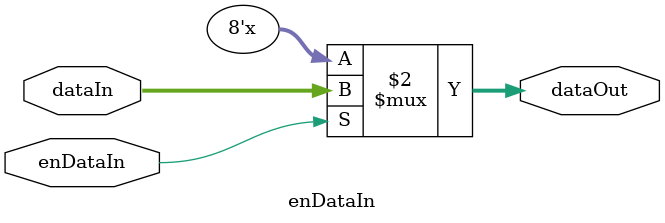
<source format=v>
module enDataIn(dataOut, dataIn, enDataIn);

output reg [7:0] dataOut;
input wire [7:0] dataIn;
input wire enDataIn; 

always@(enDataIn)
begin
	if(enDataIn)
	begin
		dataOut <= dataIn;
	end
end

endmodule
</source>
